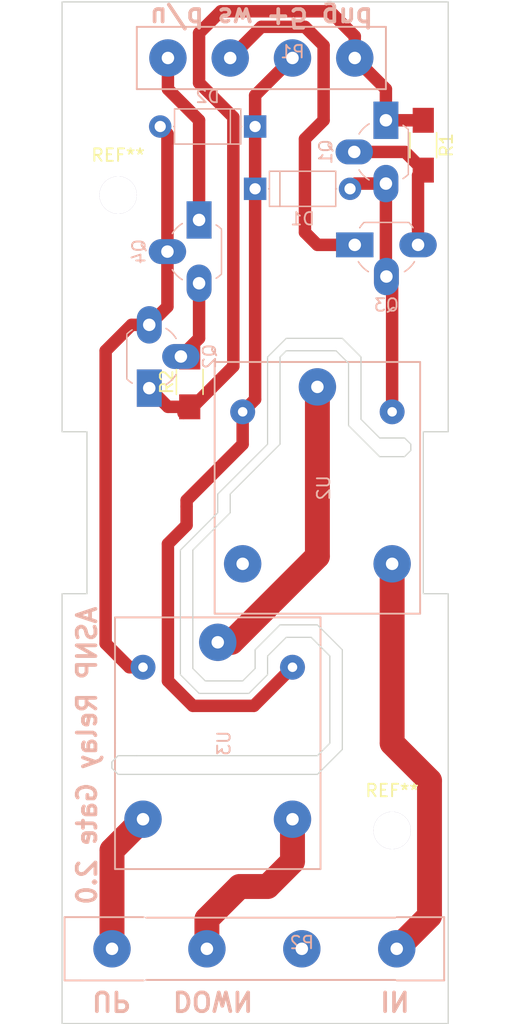
<source format=kicad_pcb>
(kicad_pcb (version 4) (host pcbnew 4.0.4-stable)

  (general
    (links 24)
    (no_connects 0)
    (area 243.442857 50.4 284.557143 132.550001)
    (thickness 1.6)
    (drawings 66)
    (tracks 79)
    (zones 0)
    (modules 14)
    (nets 15)
  )

  (page A4)
  (layers
    (0 F.Cu signal)
    (31 B.Cu signal)
    (32 B.Adhes user)
    (33 F.Adhes user)
    (34 B.Paste user)
    (35 F.Paste user)
    (36 B.SilkS user)
    (37 F.SilkS user)
    (38 B.Mask user)
    (39 F.Mask user)
    (40 Dwgs.User user)
    (41 Cmts.User user)
    (42 Eco1.User user)
    (43 Eco2.User user)
    (44 Edge.Cuts user)
    (45 Margin user)
    (46 B.CrtYd user)
    (47 F.CrtYd user)
    (48 B.Fab user)
    (49 F.Fab user)
  )

  (setup
    (last_trace_width 0.25)
    (user_trace_width 1)
    (user_trace_width 2)
    (user_trace_width 4)
    (trace_clearance 0.2)
    (zone_clearance 0.508)
    (zone_45_only no)
    (trace_min 0.2)
    (segment_width 0.2)
    (edge_width 0.1)
    (via_size 0.6)
    (via_drill 0.4)
    (via_min_size 0.4)
    (via_min_drill 0.3)
    (user_via 2 1)
    (uvia_size 0.3)
    (uvia_drill 0.1)
    (uvias_allowed no)
    (uvia_min_size 0.2)
    (uvia_min_drill 0.1)
    (pcb_text_width 0.3)
    (pcb_text_size 1.5 1.5)
    (mod_edge_width 0.15)
    (mod_text_size 1 1)
    (mod_text_width 0.15)
    (pad_size 3 3)
    (pad_drill 3)
    (pad_to_mask_clearance 0)
    (aux_axis_origin 0 0)
    (visible_elements FFFFFF7F)
    (pcbplotparams
      (layerselection 0x01030_80000001)
      (usegerberextensions false)
      (excludeedgelayer true)
      (linewidth 0.100000)
      (plotframeref false)
      (viasonmask false)
      (mode 1)
      (useauxorigin false)
      (hpglpennumber 1)
      (hpglpenspeed 20)
      (hpglpendiameter 15)
      (hpglpenoverlay 2)
      (psnegative false)
      (psa4output false)
      (plotreference true)
      (plotvalue true)
      (plotinvisibletext false)
      (padsonsilk false)
      (subtractmaskfromsilk false)
      (outputformat 1)
      (mirror false)
      (drillshape 0)
      (scaleselection 1)
      (outputdirectory ""))
  )

  (net 0 "")
  (net 1 "Net-(P2-Pad2)")
  (net 2 "Net-(P1-Pad2)")
  (net 3 "Net-(P2-Pad1)")
  (net 4 "Net-(U2-Pad4)")
  (net 5 "Net-(U2-Pad3)")
  (net 6 "Net-(Q1-Pad2)")
  (net 7 "Net-(Q2-Pad2)")
  (net 8 "Net-(D1-Pad1)")
  (net 9 "Net-(D1-Pad2)")
  (net 10 "Net-(D2-Pad2)")
  (net 11 "Net-(P1-Pad1)")
  (net 12 "Net-(P1-Pad4)")
  (net 13 "Net-(P2-Pad3)")
  (net 14 "Net-(P2-Pad4)")

  (net_class Default "This is the default net class."
    (clearance 0.2)
    (trace_width 0.25)
    (via_dia 0.6)
    (via_drill 0.4)
    (uvia_dia 0.3)
    (uvia_drill 0.1)
    (add_net "Net-(D1-Pad1)")
    (add_net "Net-(D1-Pad2)")
    (add_net "Net-(D2-Pad2)")
    (add_net "Net-(P1-Pad1)")
    (add_net "Net-(P1-Pad2)")
    (add_net "Net-(P1-Pad4)")
    (add_net "Net-(P2-Pad1)")
    (add_net "Net-(P2-Pad2)")
    (add_net "Net-(P2-Pad3)")
    (add_net "Net-(P2-Pad4)")
    (add_net "Net-(Q1-Pad2)")
    (add_net "Net-(Q2-Pad2)")
    (add_net "Net-(U2-Pad3)")
    (add_net "Net-(U2-Pad4)")
  )

  (module SmartHouseLib:RELAY_TRU_1C (layer B.Cu) (tedit 5DD56035) (tstamp 5DD56798)
    (at 269 89.5 270)
    (path /5CB2FA0C)
    (fp_text reference U2 (at 0 -0.5 270) (layer B.SilkS)
      (effects (font (size 1 1) (thickness 0.15)) (justify mirror))
    )
    (fp_text value RELAY_1C (at 0 0.5 360) (layer B.Fab)
      (effects (font (size 1 1) (thickness 0.15)) (justify mirror))
    )
    (fp_line (start 10 8.25) (end 10.1 8.25) (layer B.SilkS) (width 0.15))
    (fp_line (start 10.1 8.25) (end 10.1 -8.25) (layer B.SilkS) (width 0.15))
    (fp_line (start 10.1 -8.25) (end -10.1 -8.25) (layer B.SilkS) (width 0.15))
    (fp_line (start -10.1 -8.25) (end -10.1 8.25) (layer B.SilkS) (width 0.15))
    (fp_line (start -10.1 8.25) (end 0 8.25) (layer B.SilkS) (width 0.15))
    (fp_line (start 0 8.25) (end 10 8.25) (layer B.SilkS) (width 0.15))
    (pad 3 thru_hole circle (at -8.1 0 270) (size 3 3) (drill 1) (layers *.Cu *.Mask)
      (net 5 "Net-(U2-Pad3)"))
    (pad 1 thru_hole circle (at -6.1 6 270) (size 2 2) (drill 0.762) (layers *.Cu *.Mask)
      (net 8 "Net-(D1-Pad1)"))
    (pad 2 thru_hole circle (at -6.1 -6 270) (size 2 2) (drill 0.762) (layers *.Cu *.Mask)
      (net 9 "Net-(D1-Pad2)"))
    (pad 5 thru_hole circle (at 6.1 -6 270) (size 3 3) (drill 1) (layers *.Cu *.Mask)
      (net 14 "Net-(P2-Pad4)"))
    (pad 4 thru_hole circle (at 6.1 6 270) (size 3 3) (drill 1) (layers *.Cu *.Mask)
      (net 4 "Net-(U2-Pad4)"))
  )

  (module SmartHouseLib:RELAY_TRU_1C (layer B.Cu) (tedit 5ABA3B37) (tstamp 5DD567A7)
    (at 261 110 270)
    (path /5CB33F98)
    (fp_text reference U3 (at 0 -0.5 270) (layer B.SilkS)
      (effects (font (size 1 1) (thickness 0.15)) (justify mirror))
    )
    (fp_text value RELAY_1C (at 0 0.5 270) (layer B.Fab)
      (effects (font (size 1 1) (thickness 0.15)) (justify mirror))
    )
    (fp_line (start 10 8.25) (end 10.1 8.25) (layer B.SilkS) (width 0.15))
    (fp_line (start 10.1 8.25) (end 10.1 -8.25) (layer B.SilkS) (width 0.15))
    (fp_line (start 10.1 -8.25) (end -10.1 -8.25) (layer B.SilkS) (width 0.15))
    (fp_line (start -10.1 -8.25) (end -10.1 8.25) (layer B.SilkS) (width 0.15))
    (fp_line (start -10.1 8.25) (end 0 8.25) (layer B.SilkS) (width 0.15))
    (fp_line (start 0 8.25) (end 10 8.25) (layer B.SilkS) (width 0.15))
    (pad 3 thru_hole circle (at -8.1 0 270) (size 3 3) (drill 1) (layers *.Cu *.Mask)
      (net 5 "Net-(U2-Pad3)"))
    (pad 1 thru_hole circle (at -6.1 6 270) (size 2 2) (drill 0.762) (layers *.Cu *.Mask)
      (net 10 "Net-(D2-Pad2)"))
    (pad 2 thru_hole circle (at -6.1 -6 270) (size 2 2) (drill 0.762) (layers *.Cu *.Mask)
      (net 8 "Net-(D1-Pad1)"))
    (pad 5 thru_hole circle (at 6.1 -6 270) (size 3 3) (drill 1) (layers *.Cu *.Mask)
      (net 1 "Net-(P2-Pad2)"))
    (pad 4 thru_hole circle (at 6.1 6 270) (size 3 3) (drill 1) (layers *.Cu *.Mask)
      (net 3 "Net-(P2-Pad1)"))
  )

  (module Mounting_Holes:MountingHole_2.2mm_M2 (layer F.Cu) (tedit 5DE222C4) (tstamp 5DD565EB)
    (at 253 66)
    (descr "Mounting Hole 2.2mm, no annular, M2")
    (tags "mounting hole 2.2mm no annular m2")
    (attr virtual)
    (fp_text reference REF** (at 0 -3.2) (layer F.SilkS)
      (effects (font (size 1 1) (thickness 0.15)))
    )
    (fp_text value MountingHole_2.2mm_M2 (at 0 3.2) (layer F.Fab)
      (effects (font (size 1 1) (thickness 0.15)))
    )
    (fp_text user %R (at 0.3 0) (layer F.Fab)
      (effects (font (size 1 1) (thickness 0.15)))
    )
    (fp_circle (center 0 0) (end 2.2 0) (layer Cmts.User) (width 0.15))
    (fp_circle (center 0 0) (end 2.45 0) (layer F.CrtYd) (width 0.05))
    (pad 1 thru_hole circle (at 0 0) (size 3 3) (drill 3) (layers *.Cu *.Mask))
  )

  (module Mounting_Holes:MountingHole_2.2mm_M2 (layer F.Cu) (tedit 5DE222CC) (tstamp 5DD56611)
    (at 275 117)
    (descr "Mounting Hole 2.2mm, no annular, M2")
    (tags "mounting hole 2.2mm no annular m2")
    (attr virtual)
    (fp_text reference REF** (at 0 -3.2) (layer F.SilkS)
      (effects (font (size 1 1) (thickness 0.15)))
    )
    (fp_text value MountingHole_2.2mm_M2 (at 0 3.2) (layer F.Fab)
      (effects (font (size 1 1) (thickness 0.15)))
    )
    (fp_text user %R (at 0.3 0) (layer F.Fab)
      (effects (font (size 1 1) (thickness 0.15)))
    )
    (fp_circle (center 0 0) (end 2.2 0) (layer Cmts.User) (width 0.15))
    (fp_circle (center 0 0) (end 2.45 0) (layer F.CrtYd) (width 0.05))
    (pad 1 thru_hole circle (at 0 0) (size 3 3) (drill 3) (layers *.Cu *.Mask))
  )

  (module Diodes_ThroughHole:D_A-405_P7.62mm_Horizontal (layer B.Cu) (tedit 5921392E) (tstamp 5DD566E0)
    (at 264 65.5)
    (descr "D, A-405 series, Axial, Horizontal, pin pitch=7.62mm, , length*diameter=5.2*2.7mm^2, , http://www.diodes.com/_files/packages/A-405.pdf")
    (tags "D A-405 series Axial Horizontal pin pitch 7.62mm  length 5.2mm diameter 2.7mm")
    (path /5CB317B7)
    (fp_text reference D1 (at 3.81 2.41) (layer B.SilkS)
      (effects (font (size 1 1) (thickness 0.15)) (justify mirror))
    )
    (fp_text value D (at 3.81 -2.41) (layer B.Fab)
      (effects (font (size 1 1) (thickness 0.15)) (justify mirror))
    )
    (fp_text user %R (at 3.81 0) (layer B.Fab)
      (effects (font (size 1 1) (thickness 0.15)) (justify mirror))
    )
    (fp_line (start 1.21 1.35) (end 1.21 -1.35) (layer B.Fab) (width 0.1))
    (fp_line (start 1.21 -1.35) (end 6.41 -1.35) (layer B.Fab) (width 0.1))
    (fp_line (start 6.41 -1.35) (end 6.41 1.35) (layer B.Fab) (width 0.1))
    (fp_line (start 6.41 1.35) (end 1.21 1.35) (layer B.Fab) (width 0.1))
    (fp_line (start 0 0) (end 1.21 0) (layer B.Fab) (width 0.1))
    (fp_line (start 7.62 0) (end 6.41 0) (layer B.Fab) (width 0.1))
    (fp_line (start 1.99 1.35) (end 1.99 -1.35) (layer B.Fab) (width 0.1))
    (fp_line (start 1.15 1.41) (end 1.15 -1.41) (layer B.SilkS) (width 0.12))
    (fp_line (start 1.15 -1.41) (end 6.47 -1.41) (layer B.SilkS) (width 0.12))
    (fp_line (start 6.47 -1.41) (end 6.47 1.41) (layer B.SilkS) (width 0.12))
    (fp_line (start 6.47 1.41) (end 1.15 1.41) (layer B.SilkS) (width 0.12))
    (fp_line (start 1.08 0) (end 1.15 0) (layer B.SilkS) (width 0.12))
    (fp_line (start 6.54 0) (end 6.47 0) (layer B.SilkS) (width 0.12))
    (fp_line (start 1.99 1.41) (end 1.99 -1.41) (layer B.SilkS) (width 0.12))
    (fp_line (start -1.15 1.7) (end -1.15 -1.7) (layer B.CrtYd) (width 0.05))
    (fp_line (start -1.15 -1.7) (end 8.8 -1.7) (layer B.CrtYd) (width 0.05))
    (fp_line (start 8.8 -1.7) (end 8.8 1.7) (layer B.CrtYd) (width 0.05))
    (fp_line (start 8.8 1.7) (end -1.15 1.7) (layer B.CrtYd) (width 0.05))
    (pad 1 thru_hole rect (at 0 0) (size 1.8 1.8) (drill 0.9) (layers *.Cu *.Mask)
      (net 8 "Net-(D1-Pad1)"))
    (pad 2 thru_hole oval (at 7.62 0) (size 1.8 1.8) (drill 0.9) (layers *.Cu *.Mask)
      (net 9 "Net-(D1-Pad2)"))
    (model ${KISYS3DMOD}/Diodes_THT.3dshapes/D_A-405_P7.62mm_Horizontal.wrl
      (at (xyz 0 0 0))
      (scale (xyz 0.393701 0.393701 0.393701))
      (rotate (xyz 0 0 0))
    )
  )

  (module Diodes_ThroughHole:D_A-405_P7.62mm_Horizontal (layer B.Cu) (tedit 5DD560CC) (tstamp 5DD566F9)
    (at 264 60.5 180)
    (descr "D, A-405 series, Axial, Horizontal, pin pitch=7.62mm, , length*diameter=5.2*2.7mm^2, , http://www.diodes.com/_files/packages/A-405.pdf")
    (tags "D A-405 series Axial Horizontal pin pitch 7.62mm  length 5.2mm diameter 2.7mm")
    (path /5CB33F9E)
    (fp_text reference D2 (at 3.81 2.41 180) (layer B.SilkS)
      (effects (font (size 1 1) (thickness 0.15)) (justify mirror))
    )
    (fp_text value D (at 3.81 -2.41 180) (layer B.Fab)
      (effects (font (size 1 1) (thickness 0.15)) (justify mirror))
    )
    (fp_text user %R (at 3.81 0 180) (layer B.Fab)
      (effects (font (size 1 1) (thickness 0.15)) (justify mirror))
    )
    (fp_line (start 1.21 1.35) (end 1.21 -1.35) (layer B.Fab) (width 0.1))
    (fp_line (start 1.21 -1.35) (end 6.41 -1.35) (layer B.Fab) (width 0.1))
    (fp_line (start 6.41 -1.35) (end 6.41 1.35) (layer B.Fab) (width 0.1))
    (fp_line (start 6.41 1.35) (end 1.21 1.35) (layer B.Fab) (width 0.1))
    (fp_line (start 0 0) (end 1.21 0) (layer B.Fab) (width 0.1))
    (fp_line (start 7.62 0) (end 6.41 0) (layer B.Fab) (width 0.1))
    (fp_line (start 1.99 1.35) (end 1.99 -1.35) (layer B.Fab) (width 0.1))
    (fp_line (start 1.15 1.41) (end 1.15 -1.41) (layer B.SilkS) (width 0.12))
    (fp_line (start 1.15 -1.41) (end 6.47 -1.41) (layer B.SilkS) (width 0.12))
    (fp_line (start 6.47 -1.41) (end 6.47 1.41) (layer B.SilkS) (width 0.12))
    (fp_line (start 6.47 1.41) (end 1.15 1.41) (layer B.SilkS) (width 0.12))
    (fp_line (start 1.08 0) (end 1.15 0) (layer B.SilkS) (width 0.12))
    (fp_line (start 6.54 0) (end 6.47 0) (layer B.SilkS) (width 0.12))
    (fp_line (start 1.99 1.41) (end 1.99 -1.41) (layer B.SilkS) (width 0.12))
    (fp_line (start -1.15 1.7) (end -1.15 -1.7) (layer B.CrtYd) (width 0.05))
    (fp_line (start -1.15 -1.7) (end 8.8 -1.7) (layer B.CrtYd) (width 0.05))
    (fp_line (start 8.8 -1.7) (end 8.8 1.7) (layer B.CrtYd) (width 0.05))
    (fp_line (start 8.8 1.7) (end -1.15 1.7) (layer B.CrtYd) (width 0.05))
    (pad 1 thru_hole rect (at 0 0 180) (size 1.8 1.8) (drill 0.9) (layers *.Cu *.Mask)
      (net 8 "Net-(D1-Pad1)"))
    (pad 2 thru_hole oval (at 7.62 0 180) (size 1.8 1.8) (drill 0.9) (layers *.Cu *.Mask)
      (net 10 "Net-(D2-Pad2)"))
    (model ${KISYS3DMOD}/Diodes_THT.3dshapes/D_A-405_P7.62mm_Horizontal.wrl
      (at (xyz 0 0 0))
      (scale (xyz 0.393701 0.393701 0.393701))
      (rotate (xyz 0 0 0))
    )
  )

  (module SmartHouseLib:CONN_4_5mm (layer B.Cu) (tedit 59BC2AF7) (tstamp 5DD56705)
    (at 267 55)
    (path /5DD55D33)
    (fp_text reference P1 (at 0 -0.5) (layer B.SilkS)
      (effects (font (size 1 1) (thickness 0.15)) (justify mirror))
    )
    (fp_text value CONN_UPDOWN_ONOFF_PWR_GND (at 0 0.5) (layer B.Fab)
      (effects (font (size 1 1) (thickness 0.15)) (justify mirror))
    )
    (fp_line (start -12.5 2.5) (end 7.5 2.5) (layer B.SilkS) (width 0.15))
    (fp_line (start 7.5 2.5) (end 7.5 -2.5) (layer B.SilkS) (width 0.15))
    (fp_line (start 7.5 -2.5) (end -12.5 -2.5) (layer B.SilkS) (width 0.15))
    (fp_line (start -12.5 -2.5) (end -12.5 2.5) (layer B.SilkS) (width 0.15))
    (pad 1 thru_hole circle (at -10 0) (size 3 3) (drill 1) (layers *.Cu *.Mask)
      (net 11 "Net-(P1-Pad1)"))
    (pad 2 thru_hole circle (at -5 0) (size 3 3) (drill 1) (layers *.Cu *.Mask)
      (net 2 "Net-(P1-Pad2)"))
    (pad 3 thru_hole circle (at 0 0) (size 3 3) (drill 1) (layers *.Cu *.Mask)
      (net 8 "Net-(D1-Pad1)"))
    (pad 4 thru_hole circle (at 5 0) (size 3 3) (drill 1) (layers *.Cu *.Mask)
      (net 12 "Net-(P1-Pad4)"))
  )

  (module TO_SOT_Packages_THT:TO-92_Rugged (layer B.Cu) (tedit 58CE52AF) (tstamp 5DD56728)
    (at 274.5 60 270)
    (descr "TO-92 rugged, leads molded, wide, drill 1mm (see NXP sot054_po.pdf)")
    (tags "to-92 sc-43 sc-43a sot54 PA33 transistor")
    (path /5CB31A49)
    (fp_text reference Q1 (at 2.54 4.83 270) (layer B.SilkS)
      (effects (font (size 1 1) (thickness 0.15)) (justify mirror))
    )
    (fp_text value Q_NPN_EBC (at 2.54 -2.79 270) (layer B.Fab)
      (effects (font (size 1 1) (thickness 0.15)) (justify mirror))
    )
    (fp_text user %R (at 2.54 4.83 270) (layer B.Fab)
      (effects (font (size 1 1) (thickness 0.15)) (justify mirror))
    )
    (fp_line (start 0.84 -1.8) (end 4.24 -1.8) (layer B.SilkS) (width 0.12))
    (fp_line (start 0.8 -1.75) (end 4.3 -1.75) (layer B.Fab) (width 0.1))
    (fp_line (start 0.8 -1.75) (end 4.3 -1.75) (layer B.Fab) (width 0.1))
    (fp_line (start -1.75 4.29) (end 6.83 4.29) (layer B.CrtYd) (width 0.05))
    (fp_line (start -1.75 4.29) (end -1.75 -2.01) (layer B.CrtYd) (width 0.05))
    (fp_line (start 6.83 -2.01) (end 6.83 4.29) (layer B.CrtYd) (width 0.05))
    (fp_line (start 6.83 -2.01) (end -1.75 -2.01) (layer B.CrtYd) (width 0.05))
    (fp_arc (start 2.34 0.1) (end 0.29 1.35) (angle -27.25) (layer B.SilkS) (width 0.12))
    (fp_arc (start 2.74 0.1) (end 4.79 1.35) (angle 27.25) (layer B.SilkS) (width 0.12))
    (fp_arc (start 2.44 -0.1) (end 0.74 -1.8) (angle -12.99) (layer B.SilkS) (width 0.12))
    (fp_arc (start 2.64 -0.1) (end 4.34 -1.8) (angle 12.99) (layer B.SilkS) (width 0.12))
    (fp_arc (start 2.54 0) (end 2.54 2.48) (angle -135) (layer B.Fab) (width 0.1))
    (fp_arc (start 2.54 0) (end 2.54 2.48) (angle 135) (layer B.Fab) (width 0.1))
    (pad 2 thru_hole oval (at 2.54 2.54 180) (size 3 2) (drill 1) (layers *.Cu *.Mask)
      (net 6 "Net-(Q1-Pad2)"))
    (pad 1 thru_hole rect (at 0 0 180) (size 2 3) (drill 1) (layers *.Cu *.Mask)
      (net 12 "Net-(P1-Pad4)"))
    (pad 3 thru_hole oval (at 5.08 0 180) (size 2 3) (drill 1) (layers *.Cu *.Mask)
      (net 9 "Net-(D1-Pad2)"))
    (model ${KISYS3DMOD}/TO_SOT_Packages_THT.3dshapes/TO-92_Rugged.wrl
      (at (xyz 0.1 0 0))
      (scale (xyz 1 1 1))
      (rotate (xyz 0 0 -90))
    )
  )

  (module TO_SOT_Packages_THT:TO-92_Rugged (layer B.Cu) (tedit 58CE52AF) (tstamp 5DD5673D)
    (at 255.5 81.5 90)
    (descr "TO-92 rugged, leads molded, wide, drill 1mm (see NXP sot054_po.pdf)")
    (tags "to-92 sc-43 sc-43a sot54 PA33 transistor")
    (path /5CB33FAA)
    (fp_text reference Q2 (at 2.54 4.83 90) (layer B.SilkS)
      (effects (font (size 1 1) (thickness 0.15)) (justify mirror))
    )
    (fp_text value Q_NPN_EBC (at 2.54 -2.79 90) (layer B.Fab)
      (effects (font (size 1 1) (thickness 0.15)) (justify mirror))
    )
    (fp_text user %R (at 2.54 4.83 90) (layer B.Fab)
      (effects (font (size 1 1) (thickness 0.15)) (justify mirror))
    )
    (fp_line (start 0.84 -1.8) (end 4.24 -1.8) (layer B.SilkS) (width 0.12))
    (fp_line (start 0.8 -1.75) (end 4.3 -1.75) (layer B.Fab) (width 0.1))
    (fp_line (start 0.8 -1.75) (end 4.3 -1.75) (layer B.Fab) (width 0.1))
    (fp_line (start -1.75 4.29) (end 6.83 4.29) (layer B.CrtYd) (width 0.05))
    (fp_line (start -1.75 4.29) (end -1.75 -2.01) (layer B.CrtYd) (width 0.05))
    (fp_line (start 6.83 -2.01) (end 6.83 4.29) (layer B.CrtYd) (width 0.05))
    (fp_line (start 6.83 -2.01) (end -1.75 -2.01) (layer B.CrtYd) (width 0.05))
    (fp_arc (start 2.34 0.1) (end 0.29 1.35) (angle -27.25) (layer B.SilkS) (width 0.12))
    (fp_arc (start 2.74 0.1) (end 4.79 1.35) (angle 27.25) (layer B.SilkS) (width 0.12))
    (fp_arc (start 2.44 -0.1) (end 0.74 -1.8) (angle -12.99) (layer B.SilkS) (width 0.12))
    (fp_arc (start 2.64 -0.1) (end 4.34 -1.8) (angle 12.99) (layer B.SilkS) (width 0.12))
    (fp_arc (start 2.54 0) (end 2.54 2.48) (angle -135) (layer B.Fab) (width 0.1))
    (fp_arc (start 2.54 0) (end 2.54 2.48) (angle 135) (layer B.Fab) (width 0.1))
    (pad 2 thru_hole oval (at 2.54 2.54) (size 3 2) (drill 1) (layers *.Cu *.Mask)
      (net 7 "Net-(Q2-Pad2)"))
    (pad 1 thru_hole rect (at 0 0) (size 2 3) (drill 1) (layers *.Cu *.Mask)
      (net 12 "Net-(P1-Pad4)"))
    (pad 3 thru_hole oval (at 5.08 0) (size 2 3) (drill 1) (layers *.Cu *.Mask)
      (net 10 "Net-(D2-Pad2)"))
    (model ${KISYS3DMOD}/TO_SOT_Packages_THT.3dshapes/TO-92_Rugged.wrl
      (at (xyz 0.1 0 0))
      (scale (xyz 1 1 1))
      (rotate (xyz 0 0 -90))
    )
  )

  (module TO_SOT_Packages_THT:TO-92_Rugged (layer B.Cu) (tedit 58CE52AF) (tstamp 5DD56752)
    (at 272 70)
    (descr "TO-92 rugged, leads molded, wide, drill 1mm (see NXP sot054_po.pdf)")
    (tags "to-92 sc-43 sc-43a sot54 PA33 transistor")
    (path /5CCCE97C)
    (fp_text reference Q3 (at 2.54 4.83) (layer B.SilkS)
      (effects (font (size 1 1) (thickness 0.15)) (justify mirror))
    )
    (fp_text value Q_NPN_BCE_DTC124 (at 2.54 -2.79) (layer B.Fab)
      (effects (font (size 1 1) (thickness 0.15)) (justify mirror))
    )
    (fp_text user %R (at 2.54 4.83) (layer B.Fab)
      (effects (font (size 1 1) (thickness 0.15)) (justify mirror))
    )
    (fp_line (start 0.84 -1.8) (end 4.24 -1.8) (layer B.SilkS) (width 0.12))
    (fp_line (start 0.8 -1.75) (end 4.3 -1.75) (layer B.Fab) (width 0.1))
    (fp_line (start 0.8 -1.75) (end 4.3 -1.75) (layer B.Fab) (width 0.1))
    (fp_line (start -1.75 4.29) (end 6.83 4.29) (layer B.CrtYd) (width 0.05))
    (fp_line (start -1.75 4.29) (end -1.75 -2.01) (layer B.CrtYd) (width 0.05))
    (fp_line (start 6.83 -2.01) (end 6.83 4.29) (layer B.CrtYd) (width 0.05))
    (fp_line (start 6.83 -2.01) (end -1.75 -2.01) (layer B.CrtYd) (width 0.05))
    (fp_arc (start 2.34 0.1) (end 0.29 1.35) (angle -27.25) (layer B.SilkS) (width 0.12))
    (fp_arc (start 2.74 0.1) (end 4.79 1.35) (angle 27.25) (layer B.SilkS) (width 0.12))
    (fp_arc (start 2.44 -0.1) (end 0.74 -1.8) (angle -12.99) (layer B.SilkS) (width 0.12))
    (fp_arc (start 2.64 -0.1) (end 4.34 -1.8) (angle 12.99) (layer B.SilkS) (width 0.12))
    (fp_arc (start 2.54 0) (end 2.54 2.48) (angle -135) (layer B.Fab) (width 0.1))
    (fp_arc (start 2.54 0) (end 2.54 2.48) (angle 135) (layer B.Fab) (width 0.1))
    (pad 2 thru_hole oval (at 2.54 2.54 270) (size 3 2) (drill 1) (layers *.Cu *.Mask)
      (net 9 "Net-(D1-Pad2)"))
    (pad 1 thru_hole rect (at 0 0 270) (size 2 3) (drill 1) (layers *.Cu *.Mask)
      (net 2 "Net-(P1-Pad2)"))
    (pad 3 thru_hole oval (at 5.08 0 270) (size 2 3) (drill 1) (layers *.Cu *.Mask)
      (net 6 "Net-(Q1-Pad2)"))
    (model ${KISYS3DMOD}/TO_SOT_Packages_THT.3dshapes/TO-92_Rugged.wrl
      (at (xyz 0.1 0 0))
      (scale (xyz 1 1 1))
      (rotate (xyz 0 0 -90))
    )
  )

  (module TO_SOT_Packages_THT:TO-92_Rugged (layer B.Cu) (tedit 58CE52AF) (tstamp 5DD56767)
    (at 259.5 68 270)
    (descr "TO-92 rugged, leads molded, wide, drill 1mm (see NXP sot054_po.pdf)")
    (tags "to-92 sc-43 sc-43a sot54 PA33 transistor")
    (path /5CCD2CEF)
    (fp_text reference Q4 (at 2.54 4.83 270) (layer B.SilkS)
      (effects (font (size 1 1) (thickness 0.15)) (justify mirror))
    )
    (fp_text value Q_NPN_BCE_DTC124 (at 2.54 -2.79 270) (layer B.Fab)
      (effects (font (size 1 1) (thickness 0.15)) (justify mirror))
    )
    (fp_text user %R (at 2.54 4.83 270) (layer B.Fab)
      (effects (font (size 1 1) (thickness 0.15)) (justify mirror))
    )
    (fp_line (start 0.84 -1.8) (end 4.24 -1.8) (layer B.SilkS) (width 0.12))
    (fp_line (start 0.8 -1.75) (end 4.3 -1.75) (layer B.Fab) (width 0.1))
    (fp_line (start 0.8 -1.75) (end 4.3 -1.75) (layer B.Fab) (width 0.1))
    (fp_line (start -1.75 4.29) (end 6.83 4.29) (layer B.CrtYd) (width 0.05))
    (fp_line (start -1.75 4.29) (end -1.75 -2.01) (layer B.CrtYd) (width 0.05))
    (fp_line (start 6.83 -2.01) (end 6.83 4.29) (layer B.CrtYd) (width 0.05))
    (fp_line (start 6.83 -2.01) (end -1.75 -2.01) (layer B.CrtYd) (width 0.05))
    (fp_arc (start 2.34 0.1) (end 0.29 1.35) (angle -27.25) (layer B.SilkS) (width 0.12))
    (fp_arc (start 2.74 0.1) (end 4.79 1.35) (angle 27.25) (layer B.SilkS) (width 0.12))
    (fp_arc (start 2.44 -0.1) (end 0.74 -1.8) (angle -12.99) (layer B.SilkS) (width 0.12))
    (fp_arc (start 2.64 -0.1) (end 4.34 -1.8) (angle 12.99) (layer B.SilkS) (width 0.12))
    (fp_arc (start 2.54 0) (end 2.54 2.48) (angle -135) (layer B.Fab) (width 0.1))
    (fp_arc (start 2.54 0) (end 2.54 2.48) (angle 135) (layer B.Fab) (width 0.1))
    (pad 2 thru_hole oval (at 2.54 2.54 180) (size 3 2) (drill 1) (layers *.Cu *.Mask)
      (net 10 "Net-(D2-Pad2)"))
    (pad 1 thru_hole rect (at 0 0 180) (size 2 3) (drill 1) (layers *.Cu *.Mask)
      (net 11 "Net-(P1-Pad1)"))
    (pad 3 thru_hole oval (at 5.08 0 180) (size 2 3) (drill 1) (layers *.Cu *.Mask)
      (net 7 "Net-(Q2-Pad2)"))
    (model ${KISYS3DMOD}/TO_SOT_Packages_THT.3dshapes/TO-92_Rugged.wrl
      (at (xyz 0.1 0 0))
      (scale (xyz 1 1 1))
      (rotate (xyz 0 0 -90))
    )
  )

  (module Resistors_SMD:R_1206_HandSoldering (layer F.Cu) (tedit 58E0A804) (tstamp 5DD56778)
    (at 277.5 62 270)
    (descr "Resistor SMD 1206, hand soldering")
    (tags "resistor 1206")
    (path /5CB31BA1)
    (attr smd)
    (fp_text reference R1 (at 0 -1.85 270) (layer F.SilkS)
      (effects (font (size 1 1) (thickness 0.15)))
    )
    (fp_text value R4K7 (at 0 1.9 270) (layer F.Fab)
      (effects (font (size 1 1) (thickness 0.15)))
    )
    (fp_text user %R (at 0 0 270) (layer F.Fab)
      (effects (font (size 0.7 0.7) (thickness 0.105)))
    )
    (fp_line (start -1.6 0.8) (end -1.6 -0.8) (layer F.Fab) (width 0.1))
    (fp_line (start 1.6 0.8) (end -1.6 0.8) (layer F.Fab) (width 0.1))
    (fp_line (start 1.6 -0.8) (end 1.6 0.8) (layer F.Fab) (width 0.1))
    (fp_line (start -1.6 -0.8) (end 1.6 -0.8) (layer F.Fab) (width 0.1))
    (fp_line (start 1 1.07) (end -1 1.07) (layer F.SilkS) (width 0.12))
    (fp_line (start -1 -1.07) (end 1 -1.07) (layer F.SilkS) (width 0.12))
    (fp_line (start -3.25 -1.11) (end 3.25 -1.11) (layer F.CrtYd) (width 0.05))
    (fp_line (start -3.25 -1.11) (end -3.25 1.1) (layer F.CrtYd) (width 0.05))
    (fp_line (start 3.25 1.1) (end 3.25 -1.11) (layer F.CrtYd) (width 0.05))
    (fp_line (start 3.25 1.1) (end -3.25 1.1) (layer F.CrtYd) (width 0.05))
    (pad 1 smd rect (at -2 0 270) (size 2 1.7) (layers F.Cu F.Paste F.Mask)
      (net 12 "Net-(P1-Pad4)"))
    (pad 2 smd rect (at 2 0 270) (size 2 1.7) (layers F.Cu F.Paste F.Mask)
      (net 6 "Net-(Q1-Pad2)"))
    (model ${KISYS3DMOD}/Resistors_SMD.3dshapes/R_1206.wrl
      (at (xyz 0 0 0))
      (scale (xyz 1 1 1))
      (rotate (xyz 0 0 0))
    )
  )

  (module Resistors_SMD:R_1206_HandSoldering (layer F.Cu) (tedit 58E0A804) (tstamp 5DD56789)
    (at 258.75 81 90)
    (descr "Resistor SMD 1206, hand soldering")
    (tags "resistor 1206")
    (path /5CB33FB0)
    (attr smd)
    (fp_text reference R2 (at 0 -1.85 90) (layer F.SilkS)
      (effects (font (size 1 1) (thickness 0.15)))
    )
    (fp_text value R4K7 (at 0 1.9 90) (layer F.Fab)
      (effects (font (size 1 1) (thickness 0.15)))
    )
    (fp_text user %R (at 0 0 90) (layer F.Fab)
      (effects (font (size 0.7 0.7) (thickness 0.105)))
    )
    (fp_line (start -1.6 0.8) (end -1.6 -0.8) (layer F.Fab) (width 0.1))
    (fp_line (start 1.6 0.8) (end -1.6 0.8) (layer F.Fab) (width 0.1))
    (fp_line (start 1.6 -0.8) (end 1.6 0.8) (layer F.Fab) (width 0.1))
    (fp_line (start -1.6 -0.8) (end 1.6 -0.8) (layer F.Fab) (width 0.1))
    (fp_line (start 1 1.07) (end -1 1.07) (layer F.SilkS) (width 0.12))
    (fp_line (start -1 -1.07) (end 1 -1.07) (layer F.SilkS) (width 0.12))
    (fp_line (start -3.25 -1.11) (end 3.25 -1.11) (layer F.CrtYd) (width 0.05))
    (fp_line (start -3.25 -1.11) (end -3.25 1.1) (layer F.CrtYd) (width 0.05))
    (fp_line (start 3.25 1.1) (end 3.25 -1.11) (layer F.CrtYd) (width 0.05))
    (fp_line (start 3.25 1.1) (end -3.25 1.1) (layer F.CrtYd) (width 0.05))
    (pad 1 smd rect (at -2 0 90) (size 2 1.7) (layers F.Cu F.Paste F.Mask)
      (net 12 "Net-(P1-Pad4)"))
    (pad 2 smd rect (at 2 0 90) (size 2 1.7) (layers F.Cu F.Paste F.Mask)
      (net 7 "Net-(Q2-Pad2)"))
    (model ${KISYS3DMOD}/Resistors_SMD.3dshapes/R_1206.wrl
      (at (xyz 0 0 0))
      (scale (xyz 1 1 1))
      (rotate (xyz 0 0 0))
    )
  )

  (module SmartHouseLib:CONN_4_7.62mm (layer B.Cu) (tedit 5DD56999) (tstamp 5DD56713)
    (at 267.75 126.5)
    (path /5DD57CF6)
    (fp_text reference P2 (at 0 -0.5) (layer B.SilkS)
      (effects (font (size 1 1) (thickness 0.15)) (justify mirror))
    )
    (fp_text value CONN_IN_DOWN_UP (at 0 0.5) (layer B.Fab)
      (effects (font (size 1 1) (thickness 0.15)) (justify mirror))
    )
    (fp_line (start -17.78 2.54) (end -19.05 2.54) (layer B.SilkS) (width 0.15))
    (fp_line (start -19.05 2.54) (end -19.05 -2.54) (layer B.SilkS) (width 0.15))
    (fp_line (start -19.05 -2.54) (end -17.78 -2.54) (layer B.SilkS) (width 0.15))
    (fp_line (start 7.62 2.54) (end 11.43 2.54) (layer B.SilkS) (width 0.15))
    (fp_line (start 11.43 2.54) (end 11.43 -2.54) (layer B.SilkS) (width 0.15))
    (fp_line (start 11.43 -2.54) (end 7.62 -2.54) (layer B.SilkS) (width 0.15))
    (fp_line (start -12.7 2.54) (end -17.78 2.54) (layer B.SilkS) (width 0.15))
    (fp_line (start -17.78 -2.54) (end -12.7 -2.54) (layer B.SilkS) (width 0.15))
    (fp_line (start -12.5 2.5) (end 7.5 2.5) (layer B.SilkS) (width 0.15))
    (fp_line (start 7.5 -2.5) (end -12.5 -2.5) (layer B.SilkS) (width 0.15))
    (pad 1 thru_hole circle (at -15.24 0) (size 3 3) (drill 1) (layers *.Cu *.Mask)
      (net 3 "Net-(P2-Pad1)"))
    (pad 2 thru_hole circle (at -7.62 0) (size 3 3) (drill 1) (layers *.Cu *.Mask)
      (net 1 "Net-(P2-Pad2)"))
    (pad 3 thru_hole circle (at 0 0) (size 3 3) (drill 1) (layers *.Cu *.Mask)
      (net 13 "Net-(P2-Pad3)"))
    (pad 4 thru_hole circle (at 7.62 0) (size 3 3) (drill 1) (layers *.Cu *.Mask)
      (net 14 "Net-(P2-Pad4)"))
  )

  (gr_line (start 276 87) (end 274 87) (angle 90) (layer Edge.Cuts) (width 0.1))
  (gr_line (start 276.5 86.5) (end 276 87) (angle 90) (layer Edge.Cuts) (width 0.1))
  (gr_line (start 276.5 86) (end 276.5 86.5) (angle 90) (layer Edge.Cuts) (width 0.1))
  (gr_line (start 276 85.5) (end 276.5 86) (angle 90) (layer Edge.Cuts) (width 0.1))
  (gr_line (start 274 85.5) (end 276 85.5) (angle 90) (layer Edge.Cuts) (width 0.1))
  (gr_line (start 248.5 98) (end 248.5 132.5) (angle 90) (layer Edge.Cuts) (width 0.1))
  (gr_line (start 250.5 98) (end 248.5 98) (angle 90) (layer Edge.Cuts) (width 0.1))
  (gr_line (start 250.5 85) (end 250.5 98) (angle 90) (layer Edge.Cuts) (width 0.1))
  (gr_line (start 248.5 85) (end 250.5 85) (angle 90) (layer Edge.Cuts) (width 0.1))
  (gr_line (start 248.5 50.5) (end 248.5 85) (angle 90) (layer Edge.Cuts) (width 0.1))
  (gr_line (start 279.5 98) (end 279.5 132.5) (angle 90) (layer Edge.Cuts) (width 0.1))
  (gr_line (start 279.5 85) (end 279.5 50.5) (angle 90) (layer Edge.Cuts) (width 0.1))
  (gr_line (start 277.5 85) (end 279.5 85) (angle 90) (layer Edge.Cuts) (width 0.1))
  (gr_line (start 277.5 98) (end 277.5 85) (angle 90) (layer Edge.Cuts) (width 0.1))
  (gr_line (start 279.5 98) (end 277.5 98) (angle 90) (layer Edge.Cuts) (width 0.1))
  (gr_text "ASNP Relay Gate 2.0" (at 250.5 111 90) (layer B.SilkS)
    (effects (font (size 1.5 1.5) (thickness 0.3)) (justify mirror))
  )
  (gr_text "u/d sw +5 gnd" (at 264.5 51.75 180) (layer B.SilkS)
    (effects (font (size 1.5 1.5) (thickness 0.3)) (justify mirror))
  )
  (gr_text "UP   DOWN         IN" (at 263.652 130.683 180) (layer B.SilkS)
    (effects (font (size 1.5 1.5) (thickness 0.3)) (justify mirror))
  )
  (gr_line (start 260.5 92) (end 261 91.5) (angle 90) (layer Edge.Cuts) (width 0.1))
  (gr_line (start 261.5 92) (end 262 91.5) (angle 90) (layer Edge.Cuts) (width 0.1))
  (gr_line (start 259 94.5) (end 261.5 92) (angle 90) (layer Edge.Cuts) (width 0.1))
  (gr_line (start 259 104) (end 259 94.5) (angle 90) (layer Edge.Cuts) (width 0.1))
  (gr_line (start 260 105) (end 259 104) (angle 90) (layer Edge.Cuts) (width 0.1))
  (gr_line (start 263 105) (end 260 105) (angle 90) (layer Edge.Cuts) (width 0.1))
  (gr_line (start 259.5 106) (end 263.5 106) (angle 90) (layer Edge.Cuts) (width 0.1))
  (gr_line (start 258 104.5) (end 259.5 106) (angle 90) (layer Edge.Cuts) (width 0.1))
  (gr_line (start 258 94.5) (end 258 104.5) (angle 90) (layer Edge.Cuts) (width 0.1))
  (gr_line (start 260.5 92) (end 258 94.5) (angle 90) (layer Edge.Cuts) (width 0.1))
  (gr_line (start 271.5 84.5) (end 274 87) (angle 90) (layer Edge.Cuts) (width 0.1))
  (gr_line (start 271.5 79.5) (end 271.5 84.5) (angle 90) (layer Edge.Cuts) (width 0.1))
  (gr_line (start 270.5 78.5) (end 271.5 79.5) (angle 90) (layer Edge.Cuts) (width 0.1))
  (gr_line (start 266.5 78.5) (end 270.5 78.5) (angle 90) (layer Edge.Cuts) (width 0.1))
  (gr_line (start 266 79) (end 266.5 78.5) (angle 90) (layer Edge.Cuts) (width 0.1))
  (gr_line (start 266 86) (end 266 79) (angle 90) (layer Edge.Cuts) (width 0.1))
  (gr_line (start 262 90) (end 266 86) (angle 90) (layer Edge.Cuts) (width 0.1))
  (gr_line (start 262 91.5) (end 262 90) (angle 90) (layer Edge.Cuts) (width 0.1))
  (gr_line (start 264 104) (end 263 105) (angle 90) (layer Edge.Cuts) (width 0.1))
  (gr_line (start 264 102.5) (end 264 104) (angle 90) (layer Edge.Cuts) (width 0.1))
  (gr_line (start 266 100.5) (end 264 102.5) (angle 90) (layer Edge.Cuts) (width 0.1))
  (gr_line (start 269 100.5) (end 266 100.5) (angle 90) (layer Edge.Cuts) (width 0.1))
  (gr_line (start 271 102.5) (end 269 100.5) (angle 90) (layer Edge.Cuts) (width 0.1))
  (gr_line (start 271 110.5) (end 271 102.5) (angle 90) (layer Edge.Cuts) (width 0.1))
  (gr_line (start 269 112.5) (end 271 110.5) (angle 90) (layer Edge.Cuts) (width 0.1))
  (gr_line (start 253 112.5) (end 269 112.5) (angle 90) (layer Edge.Cuts) (width 0.1))
  (gr_line (start 252.5 112) (end 253 112.5) (angle 90) (layer Edge.Cuts) (width 0.1))
  (gr_line (start 252.5 111.5) (end 252.5 112) (angle 90) (layer Edge.Cuts) (width 0.1))
  (gr_line (start 253 111) (end 252.5 111.5) (angle 90) (layer Edge.Cuts) (width 0.1))
  (gr_line (start 254.5 111) (end 253 111) (angle 90) (layer Edge.Cuts) (width 0.1))
  (gr_line (start 269 111) (end 254.5 111) (angle 90) (layer Edge.Cuts) (width 0.1))
  (gr_line (start 270 110) (end 269 111) (angle 90) (layer Edge.Cuts) (width 0.1))
  (gr_line (start 270 103) (end 270 110) (angle 90) (layer Edge.Cuts) (width 0.1))
  (gr_line (start 268.5 101.5) (end 270 103) (angle 90) (layer Edge.Cuts) (width 0.1))
  (gr_line (start 266.5 101.5) (end 268.5 101.5) (angle 90) (layer Edge.Cuts) (width 0.1))
  (gr_line (start 265 103) (end 266.5 101.5) (angle 90) (layer Edge.Cuts) (width 0.1))
  (gr_line (start 265 104.5) (end 265 103) (angle 90) (layer Edge.Cuts) (width 0.1))
  (gr_line (start 263.5 106) (end 265 104.5) (angle 90) (layer Edge.Cuts) (width 0.1))
  (gr_line (start 261 90) (end 261 91.5) (angle 90) (layer Edge.Cuts) (width 0.1))
  (gr_line (start 265 86) (end 261 90) (angle 90) (layer Edge.Cuts) (width 0.1))
  (gr_line (start 265 79) (end 265 86) (angle 90) (layer Edge.Cuts) (width 0.1))
  (gr_line (start 266.5 77.5) (end 265 79) (angle 90) (layer Edge.Cuts) (width 0.1))
  (gr_line (start 271 77.5) (end 266.5 77.5) (angle 90) (layer Edge.Cuts) (width 0.1))
  (gr_line (start 272.5 79) (end 271 77.5) (angle 90) (layer Edge.Cuts) (width 0.1))
  (gr_line (start 272.5 84) (end 272.5 79) (angle 90) (layer Edge.Cuts) (width 0.1))
  (gr_line (start 274 85.5) (end 272.5 84) (angle 90) (layer Edge.Cuts) (width 0.1))
  (gr_line (start 279.5 132.5) (end 248.5 132.5) (angle 90) (layer Edge.Cuts) (width 0.1))
  (gr_line (start 248.5 50.5) (end 279.5 50.5) (angle 90) (layer Edge.Cuts) (width 0.1))

  (segment (start 260.13 126.5) (end 260.13 124.12) (width 2) (layer F.Cu) (net 1))
  (segment (start 267 119.5) (end 267 116.1) (width 2) (layer F.Cu) (net 1) (tstamp 5DD56DC1))
  (segment (start 265 121.5) (end 267 119.5) (width 2) (layer F.Cu) (net 1) (tstamp 5DD56DC0))
  (segment (start 262.75 121.5) (end 265 121.5) (width 2) (layer F.Cu) (net 1) (tstamp 5DD56DBF))
  (segment (start 260.13 124.12) (end 262.75 121.5) (width 2) (layer F.Cu) (net 1) (tstamp 5DD56DBE))
  (segment (start 262 55) (end 264.5 52.5) (width 1) (layer F.Cu) (net 2))
  (segment (start 269 70) (end 272 70) (width 1) (layer F.Cu) (net 2) (tstamp 5DD56C56))
  (segment (start 268 69) (end 269 70) (width 1) (layer F.Cu) (net 2) (tstamp 5DD56C55))
  (segment (start 268 61.5) (end 268 69) (width 1) (layer F.Cu) (net 2) (tstamp 5DD56C54))
  (segment (start 269.5 60) (end 268 61.5) (width 1) (layer F.Cu) (net 2) (tstamp 5DD56C53))
  (segment (start 269.5 54) (end 269.5 60) (width 1) (layer F.Cu) (net 2) (tstamp 5DD56C52))
  (segment (start 268 52.5) (end 269.5 54) (width 1) (layer F.Cu) (net 2) (tstamp 5DD56C51))
  (segment (start 264.5 52.5) (end 268 52.5) (width 1) (layer F.Cu) (net 2) (tstamp 5DD56C50))
  (segment (start 252.51 126.5) (end 252.51 118.59) (width 2) (layer F.Cu) (net 3))
  (segment (start 252.51 118.59) (end 255 116.1) (width 2) (layer F.Cu) (net 3) (tstamp 5DD56DBB))
  (segment (start 261 101.9) (end 262.1 101.9) (width 2) (layer F.Cu) (net 5))
  (segment (start 262.1 101.9) (end 269 95) (width 2) (layer F.Cu) (net 5) (tstamp 5DD56BB2))
  (segment (start 269 95) (end 269 81.4) (width 2) (layer F.Cu) (net 5) (tstamp 5DD56BB3))
  (segment (start 271.96 62.54) (end 276.04 62.54) (width 1) (layer F.Cu) (net 6))
  (segment (start 276.04 62.54) (end 277.5 64) (width 1) (layer F.Cu) (net 6) (tstamp 5DD56C5E))
  (segment (start 277.08 70) (end 277.08 64.42) (width 1) (layer F.Cu) (net 6))
  (segment (start 277.08 64.42) (end 277.5 64) (width 1) (layer F.Cu) (net 6) (tstamp 5DD56C44))
  (segment (start 259.5 73.08) (end 259.5 77.5) (width 1) (layer F.Cu) (net 7))
  (segment (start 259.5 77.5) (end 258.04 78.96) (width 1) (layer F.Cu) (net 7) (tstamp 5DE14924))
  (segment (start 258.71 78.96) (end 258.75 79) (width 1) (layer F.Cu) (net 7) (tstamp 5DE14884))
  (segment (start 258.75 79) (end 258.04 78.96) (width 1) (layer F.Cu) (net 7) (tstamp 5DE14886))
  (segment (start 264 60.5) (end 264 65.5) (width 1) (layer F.Cu) (net 8))
  (segment (start 264 60.5) (end 264 58) (width 1) (layer F.Cu) (net 8))
  (segment (start 264 58) (end 267 55) (width 1) (layer F.Cu) (net 8) (tstamp 5DD56CD0))
  (segment (start 264 65.5) (end 264 82.4) (width 1) (layer F.Cu) (net 8))
  (segment (start 264 82.4) (end 263 83.4) (width 1) (layer F.Cu) (net 8) (tstamp 5DD56C4A))
  (segment (start 258.5 91) (end 258.5 90.5) (width 1) (layer F.Cu) (net 8))
  (segment (start 258.5 90.5) (end 263 86) (width 1) (layer F.Cu) (net 8) (tstamp 5DD56C1B))
  (segment (start 263 86) (end 263 83.4) (width 1) (layer F.Cu) (net 8) (tstamp 5DD56C1C))
  (segment (start 258.5 91) (end 258.5 92.5) (width 1) (layer F.Cu) (net 8))
  (segment (start 263.9 107) (end 267 103.9) (width 1) (layer F.Cu) (net 8) (tstamp 5DD56C18))
  (segment (start 259 107) (end 263.9 107) (width 1) (layer F.Cu) (net 8) (tstamp 5DD56C17))
  (segment (start 257 105) (end 259 107) (width 1) (layer F.Cu) (net 8) (tstamp 5DD56C16))
  (segment (start 257 94) (end 257 105) (width 1) (layer F.Cu) (net 8) (tstamp 5DD56C15))
  (segment (start 258.5 92.5) (end 257 94) (width 1) (layer F.Cu) (net 8) (tstamp 5DD56C14))
  (segment (start 267 103.9) (end 267 104) (width 1) (layer F.Cu) (net 8))
  (segment (start 274.5 65.08) (end 272.04 65.08) (width 1) (layer F.Cu) (net 9))
  (segment (start 272.04 65.08) (end 271.62 65.5) (width 1) (layer F.Cu) (net 9) (tstamp 5DD56C61))
  (segment (start 274.5 65.08) (end 274.5 72.5) (width 1) (layer F.Cu) (net 9))
  (segment (start 274.5 72.5) (end 274.54 72.54) (width 1) (layer F.Cu) (net 9) (tstamp 5DD56C47))
  (segment (start 275 83.4) (end 275 73) (width 1) (layer F.Cu) (net 9))
  (segment (start 275 73) (end 274.54 72.54) (width 1) (layer F.Cu) (net 9) (tstamp 5DD56C41))
  (segment (start 255 103.9) (end 253.9 103.9) (width 1) (layer F.Cu) (net 10))
  (segment (start 254.08 76.42) (end 255.5 76.42) (width 1) (layer F.Cu) (net 10) (tstamp 5DE14934))
  (segment (start 252 78.5) (end 254.08 76.42) (width 1) (layer F.Cu) (net 10) (tstamp 5DE14933))
  (segment (start 252 102) (end 252 78.5) (width 1) (layer F.Cu) (net 10) (tstamp 5DE14931))
  (segment (start 253.9 103.9) (end 252 102) (width 1) (layer F.Cu) (net 10) (tstamp 5DE1492D))
  (segment (start 256.96 70.54) (end 256.96 74.96) (width 1) (layer F.Cu) (net 10))
  (segment (start 256.96 74.96) (end 255.5 76.42) (width 1) (layer F.Cu) (net 10) (tstamp 5DE1491F))
  (segment (start 256.96 70.54) (end 256.96 61.08) (width 1) (layer F.Cu) (net 10))
  (segment (start 256.96 61.08) (end 256.38 60.5) (width 1) (layer F.Cu) (net 10) (tstamp 5DE1491C))
  (segment (start 257 55) (end 257 57.5) (width 1) (layer F.Cu) (net 11))
  (segment (start 259.5 60) (end 259.5 68) (width 1) (layer F.Cu) (net 11) (tstamp 5DE14918))
  (segment (start 257 57.5) (end 259.5 60) (width 1) (layer F.Cu) (net 11) (tstamp 5DE14917))
  (segment (start 257 55) (end 257 55.25) (width 1) (layer F.Cu) (net 11))
  (segment (start 258.75 83) (end 257 83) (width 1) (layer F.Cu) (net 12))
  (segment (start 257 83) (end 255.5 81.5) (width 1) (layer F.Cu) (net 12) (tstamp 5DE14928))
  (segment (start 258.75 83) (end 259 83) (width 1) (layer F.Cu) (net 12))
  (segment (start 259 83) (end 262.25 79.75) (width 1) (layer F.Cu) (net 12) (tstamp 5DD56D1B))
  (segment (start 272 53.25) (end 272 55) (width 1) (layer F.Cu) (net 12) (tstamp 5DD56D22))
  (segment (start 270 51.25) (end 272 53.25) (width 1) (layer F.Cu) (net 12) (tstamp 5DD56D21))
  (segment (start 261.25 51.25) (end 270 51.25) (width 1) (layer F.Cu) (net 12) (tstamp 5DD56D20))
  (segment (start 259.5 53) (end 261.25 51.25) (width 1) (layer F.Cu) (net 12) (tstamp 5DD56D1F))
  (segment (start 259.5 57) (end 259.5 53) (width 1) (layer F.Cu) (net 12) (tstamp 5DD56D1E))
  (segment (start 262.25 59.75) (end 259.5 57) (width 1) (layer F.Cu) (net 12) (tstamp 5DD56D1D))
  (segment (start 262.25 79.75) (end 262.25 59.75) (width 1) (layer F.Cu) (net 12) (tstamp 5DD56D1C))
  (segment (start 258.25 83.5) (end 258.75 83) (width 1) (layer F.Cu) (net 12) (tstamp 5DD56D03))
  (segment (start 274.5 60) (end 277.5 60) (width 1) (layer F.Cu) (net 12))
  (segment (start 274.5 60) (end 274.5 57.5) (width 1) (layer F.Cu) (net 12))
  (segment (start 274.5 57.5) (end 272 55) (width 1) (layer F.Cu) (net 12) (tstamp 5DD56C59))
  (segment (start 275 95.6) (end 275 110) (width 2) (layer F.Cu) (net 14))
  (segment (start 278 123.87) (end 275.37 126.5) (width 2) (layer F.Cu) (net 14) (tstamp 5DE149EB))
  (segment (start 278 113) (end 278 123.87) (width 2) (layer F.Cu) (net 14) (tstamp 5DE149EA))
  (segment (start 275 110) (end 278 113) (width 2) (layer F.Cu) (net 14) (tstamp 5DE149E5))

)

</source>
